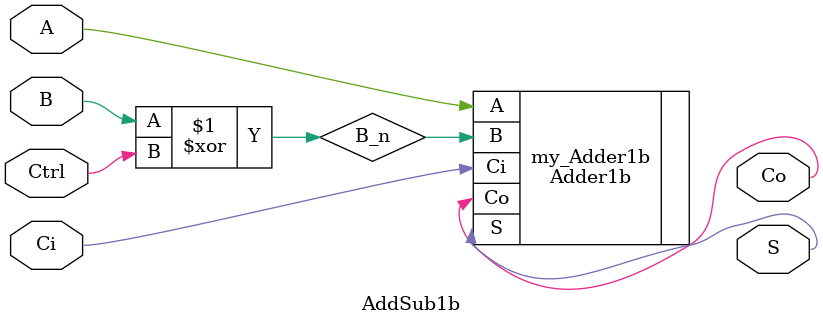
<source format=v>
`timescale 1ns / 1ps
module AddSub1b(
	input A,
	input B,
	input Ctrl,
	input Ci,
	output S,
	output Co
    );
	
	wire B_n;
	assign B_n = B ^ Ctrl;
	Adder1b my_Adder1b(
		.A (A),
		.B (B_n),
		.Ci (Ci),
		.S (S),
		.Co (Co)
	);
	
endmodule

</source>
